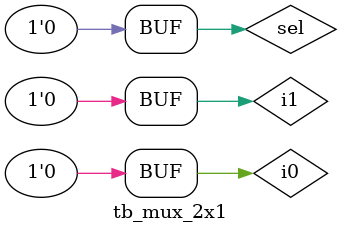
<source format=v>
`timescale 1ns/100ps

module tb_mux_2x1();
reg i1, i0, sel;
wire z;
mux_2x1 m(.i1(i1),
.i0(i0),
.sel(sel),
.z(z)
);
initial
begin
i1=0; i0=0; sel=0;
end
always
begin
#5 i0=1;
#5 i0=0;
end
always
begin
#200 sel=1;
#200 sel=0;
end
endmodule
</source>
